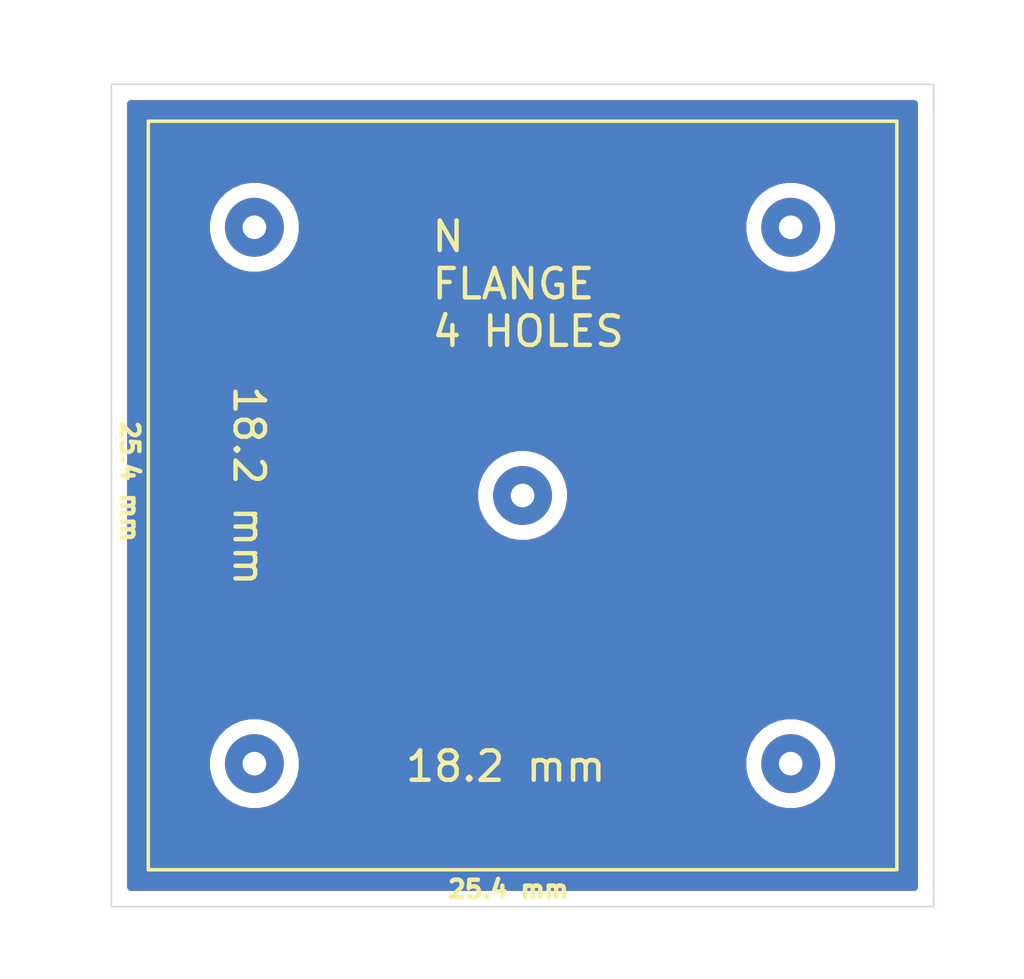
<source format=kicad_pcb>
(kicad_pcb (version 20171130) (host pcbnew 5.1.5+dfsg1-2build2)

  (general
    (thickness 1.6)
    (drawings 13)
    (tracks 0)
    (zones 0)
    (modules 5)
    (nets 1)
  )

  (page A4)
  (title_block
    (title N_FLANGE_4_HOLES)
    (company Galopago)
  )

  (layers
    (0 F.Cu signal)
    (31 B.Cu signal)
    (32 B.Adhes user)
    (33 F.Adhes user)
    (34 B.Paste user)
    (35 F.Paste user)
    (36 B.SilkS user)
    (37 F.SilkS user)
    (38 B.Mask user)
    (39 F.Mask user)
    (40 Dwgs.User user)
    (41 Cmts.User user)
    (42 Eco1.User user)
    (43 Eco2.User user)
    (44 Edge.Cuts user)
    (45 Margin user)
    (46 B.CrtYd user)
    (47 F.CrtYd user)
    (48 B.Fab user)
    (49 F.Fab user)
  )

  (setup
    (last_trace_width 0.25)
    (trace_clearance 0.2)
    (zone_clearance 0.508)
    (zone_45_only no)
    (trace_min 0.2)
    (via_size 0.8)
    (via_drill 0.4)
    (via_min_size 0.4)
    (via_min_drill 0.3)
    (uvia_size 0.3)
    (uvia_drill 0.1)
    (uvias_allowed no)
    (uvia_min_size 0.2)
    (uvia_min_drill 0.1)
    (edge_width 0.05)
    (segment_width 0.2)
    (pcb_text_width 0.3)
    (pcb_text_size 1.5 1.5)
    (mod_edge_width 0.12)
    (mod_text_size 1 1)
    (mod_text_width 0.15)
    (pad_size 1.524 1.524)
    (pad_drill 0.762)
    (pad_to_mask_clearance 0.051)
    (solder_mask_min_width 0.25)
    (aux_axis_origin 0 0)
    (visible_elements FFFFFF7F)
    (pcbplotparams
      (layerselection 0x010f0_ffffffff)
      (usegerberextensions false)
      (usegerberattributes false)
      (usegerberadvancedattributes false)
      (creategerberjobfile false)
      (excludeedgelayer false)
      (linewidth 0.100000)
      (plotframeref false)
      (viasonmask false)
      (mode 1)
      (useauxorigin false)
      (hpglpennumber 1)
      (hpglpenspeed 20)
      (hpglpendiameter 15.000000)
      (psnegative false)
      (psa4output false)
      (plotreference true)
      (plotvalue true)
      (plotinvisibletext false)
      (padsonsilk false)
      (subtractmaskfromsilk false)
      (outputformat 1)
      (mirror false)
      (drillshape 0)
      (scaleselection 1)
      (outputdirectory "gerber/single/"))
  )

  (net 0 "")

  (net_class Default "This is the default net class."
    (clearance 0.2)
    (trace_width 0.25)
    (via_dia 0.8)
    (via_drill 0.4)
    (uvia_dia 0.3)
    (uvia_drill 0.1)
  )

  (module Connector_Wire:SolderWirePad_1x01_Drill0.8mm (layer F.Cu) (tedit 5A2676A0) (tstamp 62233706)
    (at 63.95 63.95)
    (descr "Wire solder connection")
    (tags connector)
    (attr virtual)
    (fp_text reference REF** (at 0 -2.54) (layer F.SilkS) hide
      (effects (font (size 1 1) (thickness 0.15)))
    )
    (fp_text value SolderWirePad_1x01_Drill0.8mm (at 0 2.54) (layer F.Fab) hide
      (effects (font (size 1 1) (thickness 0.15)))
    )
    (fp_line (start 1.5 1.5) (end -1.5 1.5) (layer F.CrtYd) (width 0.05))
    (fp_line (start 1.5 1.5) (end 1.5 -1.5) (layer F.CrtYd) (width 0.05))
    (fp_line (start -1.5 -1.5) (end -1.5 1.5) (layer F.CrtYd) (width 0.05))
    (fp_line (start -1.5 -1.5) (end 1.5 -1.5) (layer F.CrtYd) (width 0.05))
    (fp_text user %R (at 0 0) (layer F.Fab) hide
      (effects (font (size 1 1) (thickness 0.15)))
    )
    (pad 1 thru_hole circle (at 0 0) (size 1.99898 1.99898) (drill 0.8001) (layers *.Cu *.Mask))
  )

  (module Connector_Wire:SolderWirePad_1x01_Drill0.8mm (layer F.Cu) (tedit 5A2676A0) (tstamp 622336EA)
    (at 54.85 73.05)
    (descr "Wire solder connection")
    (tags connector)
    (attr virtual)
    (fp_text reference REF** (at 0 -2.54) (layer F.SilkS) hide
      (effects (font (size 1 1) (thickness 0.15)))
    )
    (fp_text value SolderWirePad_1x01_Drill0.8mm (at 0 2.54) (layer F.Fab) hide
      (effects (font (size 1 1) (thickness 0.15)))
    )
    (fp_line (start 1.5 1.5) (end -1.5 1.5) (layer F.CrtYd) (width 0.05))
    (fp_line (start 1.5 1.5) (end 1.5 -1.5) (layer F.CrtYd) (width 0.05))
    (fp_line (start -1.5 -1.5) (end -1.5 1.5) (layer F.CrtYd) (width 0.05))
    (fp_line (start -1.5 -1.5) (end 1.5 -1.5) (layer F.CrtYd) (width 0.05))
    (fp_text user %R (at 0 0) (layer F.Fab) hide
      (effects (font (size 1 1) (thickness 0.15)))
    )
    (pad 1 thru_hole circle (at 0 0) (size 1.99898 1.99898) (drill 0.8001) (layers *.Cu *.Mask))
  )

  (module Connector_Wire:SolderWirePad_1x01_Drill0.8mm (layer F.Cu) (tedit 5A2676A0) (tstamp 622336CE)
    (at 73.05 73.05)
    (descr "Wire solder connection")
    (tags connector)
    (attr virtual)
    (fp_text reference REF** (at 0 -2.54) (layer F.SilkS) hide
      (effects (font (size 1 1) (thickness 0.15)))
    )
    (fp_text value SolderWirePad_1x01_Drill0.8mm (at 0 2.54) (layer F.Fab) hide
      (effects (font (size 1 1) (thickness 0.15)))
    )
    (fp_line (start 1.5 1.5) (end -1.5 1.5) (layer F.CrtYd) (width 0.05))
    (fp_line (start 1.5 1.5) (end 1.5 -1.5) (layer F.CrtYd) (width 0.05))
    (fp_line (start -1.5 -1.5) (end -1.5 1.5) (layer F.CrtYd) (width 0.05))
    (fp_line (start -1.5 -1.5) (end 1.5 -1.5) (layer F.CrtYd) (width 0.05))
    (fp_text user %R (at 0 0) (layer F.Fab) hide
      (effects (font (size 1 1) (thickness 0.15)))
    )
    (pad 1 thru_hole circle (at 0 0) (size 1.99898 1.99898) (drill 0.8001) (layers *.Cu *.Mask))
  )

  (module Connector_Wire:SolderWirePad_1x01_Drill0.8mm (layer F.Cu) (tedit 5A2676A0) (tstamp 622336B2)
    (at 73.05 54.85)
    (descr "Wire solder connection")
    (tags connector)
    (attr virtual)
    (fp_text reference REF** (at 0 -2.54) (layer F.SilkS) hide
      (effects (font (size 1 1) (thickness 0.15)))
    )
    (fp_text value SolderWirePad_1x01_Drill0.8mm (at 0 2.54) (layer F.Fab) hide
      (effects (font (size 1 1) (thickness 0.15)))
    )
    (fp_line (start 1.5 1.5) (end -1.5 1.5) (layer F.CrtYd) (width 0.05))
    (fp_line (start 1.5 1.5) (end 1.5 -1.5) (layer F.CrtYd) (width 0.05))
    (fp_line (start -1.5 -1.5) (end -1.5 1.5) (layer F.CrtYd) (width 0.05))
    (fp_line (start -1.5 -1.5) (end 1.5 -1.5) (layer F.CrtYd) (width 0.05))
    (fp_text user %R (at 0 0) (layer F.Fab) hide
      (effects (font (size 1 1) (thickness 0.15)))
    )
    (pad 1 thru_hole circle (at 0 0) (size 1.99898 1.99898) (drill 0.8001) (layers *.Cu *.Mask))
  )

  (module Connector_Wire:SolderWirePad_1x01_Drill0.8mm (layer F.Cu) (tedit 5A2676A0) (tstamp 62233677)
    (at 54.85 54.85)
    (descr "Wire solder connection")
    (tags connector)
    (attr virtual)
    (fp_text reference REF** (at 0 -2.54) (layer F.SilkS) hide
      (effects (font (size 1 1) (thickness 0.15)))
    )
    (fp_text value SolderWirePad_1x01_Drill0.8mm (at 0 2.54) (layer F.Fab) hide
      (effects (font (size 1 1) (thickness 0.15)))
    )
    (fp_line (start 1.5 1.5) (end -1.5 1.5) (layer F.CrtYd) (width 0.05))
    (fp_line (start 1.5 1.5) (end 1.5 -1.5) (layer F.CrtYd) (width 0.05))
    (fp_line (start -1.5 -1.5) (end -1.5 1.5) (layer F.CrtYd) (width 0.05))
    (fp_line (start -1.5 -1.5) (end 1.5 -1.5) (layer F.CrtYd) (width 0.05))
    (fp_text user %R (at 0 0) (layer F.Fab) hide
      (effects (font (size 1 1) (thickness 0.15)))
    )
    (pad 1 thru_hole circle (at 0 0) (size 1.99898 1.99898) (drill 0.8001) (layers *.Cu *.Mask))
  )

  (gr_text "N \nFLANGE\n4 HOLES" (at 60.80252 56.77408) (layer F.SilkS)
    (effects (font (size 1 1) (thickness 0.15)) (justify left))
  )
  (gr_text "25.4 mm" (at 50.61712 63.46952 -90) (layer F.SilkS) (tstamp 62233A33)
    (effects (font (size 0.6 0.6) (thickness 0.15)))
  )
  (gr_text "25.4 mm" (at 63.46444 77.3176) (layer F.SilkS) (tstamp 62233A24)
    (effects (font (size 0.6 0.6) (thickness 0.15)))
  )
  (gr_text "18.2 mm" (at 54.66588 63.62192 -90) (layer F.SilkS) (tstamp 622339EA)
    (effects (font (size 1 1) (thickness 0.15)))
  )
  (gr_text "18.2 mm" (at 63.37808 73.14184) (layer F.SilkS)
    (effects (font (size 1 1) (thickness 0.15)))
  )
  (gr_line (start 50 77.9) (end 77.9 77.9) (layer Edge.Cuts) (width 0.05))
  (gr_line (start 77.9 50) (end 77.9 77.9) (layer Edge.Cuts) (width 0.05))
  (gr_line (start 51.25 76.65) (end 76.65 76.65) (layer F.SilkS) (width 0.12))
  (gr_line (start 76.65 51.25) (end 76.65 76.65) (layer F.SilkS) (width 0.12))
  (gr_line (start 51.25 51.25) (end 76.65 51.25) (layer F.SilkS) (width 0.12))
  (gr_line (start 51.25 51.25) (end 51.25 76.65) (layer F.SilkS) (width 0.12))
  (gr_line (start 50 50) (end 77.9 50) (layer Edge.Cuts) (width 0.05))
  (gr_line (start 50 50) (end 50 77.9) (layer Edge.Cuts) (width 0.05))

  (zone (net 0) (net_name "") (layer F.Cu) (tstamp 62241F39) (hatch edge 0.508)
    (connect_pads (clearance 0.508))
    (min_thickness 0.254)
    (fill yes (arc_segments 32) (thermal_gap 0.508) (thermal_bridge_width 0.508))
    (polygon
      (pts
        (xy 80.1116 79.44612) (xy 47.22368 79.44612) (xy 46.9392 48.20412) (xy 78.95844 47.85868)
      )
    )
    (filled_polygon
      (pts
        (xy 77.240001 77.24) (xy 50.66 77.24) (xy 50.66 72.889017) (xy 53.21551 72.889017) (xy 53.21551 73.210983)
        (xy 53.278322 73.526763) (xy 53.401533 73.824222) (xy 53.580408 74.091927) (xy 53.808073 74.319592) (xy 54.075778 74.498467)
        (xy 54.373237 74.621678) (xy 54.689017 74.68449) (xy 55.010983 74.68449) (xy 55.326763 74.621678) (xy 55.624222 74.498467)
        (xy 55.891927 74.319592) (xy 56.119592 74.091927) (xy 56.298467 73.824222) (xy 56.421678 73.526763) (xy 56.48449 73.210983)
        (xy 56.48449 72.889017) (xy 71.41551 72.889017) (xy 71.41551 73.210983) (xy 71.478322 73.526763) (xy 71.601533 73.824222)
        (xy 71.780408 74.091927) (xy 72.008073 74.319592) (xy 72.275778 74.498467) (xy 72.573237 74.621678) (xy 72.889017 74.68449)
        (xy 73.210983 74.68449) (xy 73.526763 74.621678) (xy 73.824222 74.498467) (xy 74.091927 74.319592) (xy 74.319592 74.091927)
        (xy 74.498467 73.824222) (xy 74.621678 73.526763) (xy 74.68449 73.210983) (xy 74.68449 72.889017) (xy 74.621678 72.573237)
        (xy 74.498467 72.275778) (xy 74.319592 72.008073) (xy 74.091927 71.780408) (xy 73.824222 71.601533) (xy 73.526763 71.478322)
        (xy 73.210983 71.41551) (xy 72.889017 71.41551) (xy 72.573237 71.478322) (xy 72.275778 71.601533) (xy 72.008073 71.780408)
        (xy 71.780408 72.008073) (xy 71.601533 72.275778) (xy 71.478322 72.573237) (xy 71.41551 72.889017) (xy 56.48449 72.889017)
        (xy 56.421678 72.573237) (xy 56.298467 72.275778) (xy 56.119592 72.008073) (xy 55.891927 71.780408) (xy 55.624222 71.601533)
        (xy 55.326763 71.478322) (xy 55.010983 71.41551) (xy 54.689017 71.41551) (xy 54.373237 71.478322) (xy 54.075778 71.601533)
        (xy 53.808073 71.780408) (xy 53.580408 72.008073) (xy 53.401533 72.275778) (xy 53.278322 72.573237) (xy 53.21551 72.889017)
        (xy 50.66 72.889017) (xy 50.66 63.789017) (xy 62.31551 63.789017) (xy 62.31551 64.110983) (xy 62.378322 64.426763)
        (xy 62.501533 64.724222) (xy 62.680408 64.991927) (xy 62.908073 65.219592) (xy 63.175778 65.398467) (xy 63.473237 65.521678)
        (xy 63.789017 65.58449) (xy 64.110983 65.58449) (xy 64.426763 65.521678) (xy 64.724222 65.398467) (xy 64.991927 65.219592)
        (xy 65.219592 64.991927) (xy 65.398467 64.724222) (xy 65.521678 64.426763) (xy 65.58449 64.110983) (xy 65.58449 63.789017)
        (xy 65.521678 63.473237) (xy 65.398467 63.175778) (xy 65.219592 62.908073) (xy 64.991927 62.680408) (xy 64.724222 62.501533)
        (xy 64.426763 62.378322) (xy 64.110983 62.31551) (xy 63.789017 62.31551) (xy 63.473237 62.378322) (xy 63.175778 62.501533)
        (xy 62.908073 62.680408) (xy 62.680408 62.908073) (xy 62.501533 63.175778) (xy 62.378322 63.473237) (xy 62.31551 63.789017)
        (xy 50.66 63.789017) (xy 50.66 54.689017) (xy 53.21551 54.689017) (xy 53.21551 55.010983) (xy 53.278322 55.326763)
        (xy 53.401533 55.624222) (xy 53.580408 55.891927) (xy 53.808073 56.119592) (xy 54.075778 56.298467) (xy 54.373237 56.421678)
        (xy 54.689017 56.48449) (xy 55.010983 56.48449) (xy 55.326763 56.421678) (xy 55.624222 56.298467) (xy 55.891927 56.119592)
        (xy 56.119592 55.891927) (xy 56.298467 55.624222) (xy 56.421678 55.326763) (xy 56.48449 55.010983) (xy 56.48449 54.689017)
        (xy 71.41551 54.689017) (xy 71.41551 55.010983) (xy 71.478322 55.326763) (xy 71.601533 55.624222) (xy 71.780408 55.891927)
        (xy 72.008073 56.119592) (xy 72.275778 56.298467) (xy 72.573237 56.421678) (xy 72.889017 56.48449) (xy 73.210983 56.48449)
        (xy 73.526763 56.421678) (xy 73.824222 56.298467) (xy 74.091927 56.119592) (xy 74.319592 55.891927) (xy 74.498467 55.624222)
        (xy 74.621678 55.326763) (xy 74.68449 55.010983) (xy 74.68449 54.689017) (xy 74.621678 54.373237) (xy 74.498467 54.075778)
        (xy 74.319592 53.808073) (xy 74.091927 53.580408) (xy 73.824222 53.401533) (xy 73.526763 53.278322) (xy 73.210983 53.21551)
        (xy 72.889017 53.21551) (xy 72.573237 53.278322) (xy 72.275778 53.401533) (xy 72.008073 53.580408) (xy 71.780408 53.808073)
        (xy 71.601533 54.075778) (xy 71.478322 54.373237) (xy 71.41551 54.689017) (xy 56.48449 54.689017) (xy 56.421678 54.373237)
        (xy 56.298467 54.075778) (xy 56.119592 53.808073) (xy 55.891927 53.580408) (xy 55.624222 53.401533) (xy 55.326763 53.278322)
        (xy 55.010983 53.21551) (xy 54.689017 53.21551) (xy 54.373237 53.278322) (xy 54.075778 53.401533) (xy 53.808073 53.580408)
        (xy 53.580408 53.808073) (xy 53.401533 54.075778) (xy 53.278322 54.373237) (xy 53.21551 54.689017) (xy 50.66 54.689017)
        (xy 50.66 50.66) (xy 77.24 50.66)
      )
    )
  )
  (zone (net 0) (net_name "") (layer B.Cu) (tstamp 62241F36) (hatch edge 0.508)
    (connect_pads (clearance 0.508))
    (min_thickness 0.254)
    (fill yes (arc_segments 32) (thermal_gap 0.508) (thermal_bridge_width 0.508))
    (polygon
      (pts
        (xy 79.6798 47.1678) (xy 80.9752 80.37576) (xy 46.36008 80.0862) (xy 46.21784 47.13732)
      )
    )
    (filled_polygon
      (pts
        (xy 77.240001 77.24) (xy 50.66 77.24) (xy 50.66 72.889017) (xy 53.21551 72.889017) (xy 53.21551 73.210983)
        (xy 53.278322 73.526763) (xy 53.401533 73.824222) (xy 53.580408 74.091927) (xy 53.808073 74.319592) (xy 54.075778 74.498467)
        (xy 54.373237 74.621678) (xy 54.689017 74.68449) (xy 55.010983 74.68449) (xy 55.326763 74.621678) (xy 55.624222 74.498467)
        (xy 55.891927 74.319592) (xy 56.119592 74.091927) (xy 56.298467 73.824222) (xy 56.421678 73.526763) (xy 56.48449 73.210983)
        (xy 56.48449 72.889017) (xy 71.41551 72.889017) (xy 71.41551 73.210983) (xy 71.478322 73.526763) (xy 71.601533 73.824222)
        (xy 71.780408 74.091927) (xy 72.008073 74.319592) (xy 72.275778 74.498467) (xy 72.573237 74.621678) (xy 72.889017 74.68449)
        (xy 73.210983 74.68449) (xy 73.526763 74.621678) (xy 73.824222 74.498467) (xy 74.091927 74.319592) (xy 74.319592 74.091927)
        (xy 74.498467 73.824222) (xy 74.621678 73.526763) (xy 74.68449 73.210983) (xy 74.68449 72.889017) (xy 74.621678 72.573237)
        (xy 74.498467 72.275778) (xy 74.319592 72.008073) (xy 74.091927 71.780408) (xy 73.824222 71.601533) (xy 73.526763 71.478322)
        (xy 73.210983 71.41551) (xy 72.889017 71.41551) (xy 72.573237 71.478322) (xy 72.275778 71.601533) (xy 72.008073 71.780408)
        (xy 71.780408 72.008073) (xy 71.601533 72.275778) (xy 71.478322 72.573237) (xy 71.41551 72.889017) (xy 56.48449 72.889017)
        (xy 56.421678 72.573237) (xy 56.298467 72.275778) (xy 56.119592 72.008073) (xy 55.891927 71.780408) (xy 55.624222 71.601533)
        (xy 55.326763 71.478322) (xy 55.010983 71.41551) (xy 54.689017 71.41551) (xy 54.373237 71.478322) (xy 54.075778 71.601533)
        (xy 53.808073 71.780408) (xy 53.580408 72.008073) (xy 53.401533 72.275778) (xy 53.278322 72.573237) (xy 53.21551 72.889017)
        (xy 50.66 72.889017) (xy 50.66 63.789017) (xy 62.31551 63.789017) (xy 62.31551 64.110983) (xy 62.378322 64.426763)
        (xy 62.501533 64.724222) (xy 62.680408 64.991927) (xy 62.908073 65.219592) (xy 63.175778 65.398467) (xy 63.473237 65.521678)
        (xy 63.789017 65.58449) (xy 64.110983 65.58449) (xy 64.426763 65.521678) (xy 64.724222 65.398467) (xy 64.991927 65.219592)
        (xy 65.219592 64.991927) (xy 65.398467 64.724222) (xy 65.521678 64.426763) (xy 65.58449 64.110983) (xy 65.58449 63.789017)
        (xy 65.521678 63.473237) (xy 65.398467 63.175778) (xy 65.219592 62.908073) (xy 64.991927 62.680408) (xy 64.724222 62.501533)
        (xy 64.426763 62.378322) (xy 64.110983 62.31551) (xy 63.789017 62.31551) (xy 63.473237 62.378322) (xy 63.175778 62.501533)
        (xy 62.908073 62.680408) (xy 62.680408 62.908073) (xy 62.501533 63.175778) (xy 62.378322 63.473237) (xy 62.31551 63.789017)
        (xy 50.66 63.789017) (xy 50.66 54.689017) (xy 53.21551 54.689017) (xy 53.21551 55.010983) (xy 53.278322 55.326763)
        (xy 53.401533 55.624222) (xy 53.580408 55.891927) (xy 53.808073 56.119592) (xy 54.075778 56.298467) (xy 54.373237 56.421678)
        (xy 54.689017 56.48449) (xy 55.010983 56.48449) (xy 55.326763 56.421678) (xy 55.624222 56.298467) (xy 55.891927 56.119592)
        (xy 56.119592 55.891927) (xy 56.298467 55.624222) (xy 56.421678 55.326763) (xy 56.48449 55.010983) (xy 56.48449 54.689017)
        (xy 71.41551 54.689017) (xy 71.41551 55.010983) (xy 71.478322 55.326763) (xy 71.601533 55.624222) (xy 71.780408 55.891927)
        (xy 72.008073 56.119592) (xy 72.275778 56.298467) (xy 72.573237 56.421678) (xy 72.889017 56.48449) (xy 73.210983 56.48449)
        (xy 73.526763 56.421678) (xy 73.824222 56.298467) (xy 74.091927 56.119592) (xy 74.319592 55.891927) (xy 74.498467 55.624222)
        (xy 74.621678 55.326763) (xy 74.68449 55.010983) (xy 74.68449 54.689017) (xy 74.621678 54.373237) (xy 74.498467 54.075778)
        (xy 74.319592 53.808073) (xy 74.091927 53.580408) (xy 73.824222 53.401533) (xy 73.526763 53.278322) (xy 73.210983 53.21551)
        (xy 72.889017 53.21551) (xy 72.573237 53.278322) (xy 72.275778 53.401533) (xy 72.008073 53.580408) (xy 71.780408 53.808073)
        (xy 71.601533 54.075778) (xy 71.478322 54.373237) (xy 71.41551 54.689017) (xy 56.48449 54.689017) (xy 56.421678 54.373237)
        (xy 56.298467 54.075778) (xy 56.119592 53.808073) (xy 55.891927 53.580408) (xy 55.624222 53.401533) (xy 55.326763 53.278322)
        (xy 55.010983 53.21551) (xy 54.689017 53.21551) (xy 54.373237 53.278322) (xy 54.075778 53.401533) (xy 53.808073 53.580408)
        (xy 53.580408 53.808073) (xy 53.401533 54.075778) (xy 53.278322 54.373237) (xy 53.21551 54.689017) (xy 50.66 54.689017)
        (xy 50.66 50.66) (xy 77.24 50.66)
      )
    )
  )
)

</source>
